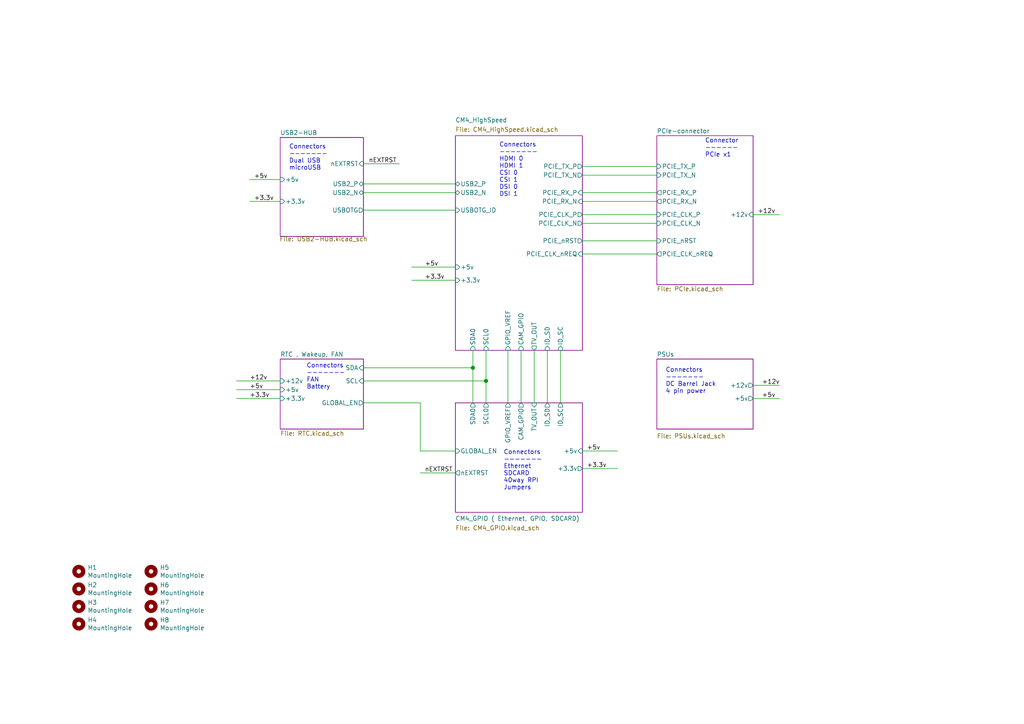
<source format=kicad_sch>
(kicad_sch (version 20211123) (generator eeschema)
  (paper "A4")
  (title_block (title "Compute Module 4 IO Board - Top Level") (rev "1") (company "(c) Raspberry Pi Trading 2020") (comment 1 "www.raspberrypi.org"))
  (lib_symbols
    (symbol "Mechanical:MountingHole"
      (property "Reference" "H" (at 0 5.08 0))
      (property "Value" "MountingHole" (at 0 3.175 0))
      (symbol "MountingHole_0_1"
        (circle (center 0 0) (radius 1.27) (stroke (width 1.27)))
      )
    )
  )
  (junction (at 140.97 110.49) (diameter 1.016))
  (junction (at 137.16 106.68) (diameter 1.016))
  (wire (pts (xy 119.38 77.47) (xy 132.08 77.47)))
  (wire (pts (xy 158.75 101.6) (xy 158.75 116.84)))
  (wire (pts (xy 168.91 48.26) (xy 190.5 48.26)))
  (wire (pts (xy 81.28 52.07) (xy 72.39 52.07)))
  (wire (pts (xy 168.91 135.89) (xy 179.07 135.89)))
  (wire (pts (xy 132.08 130.81) (xy 121.92 130.81)))
  (wire (pts (xy 168.91 64.77) (xy 190.5 64.77)))
  (wire (pts (xy 162.56 116.84) (xy 162.56 101.6)))
  (wire (pts (xy 68.58 113.03) (xy 81.28 113.03)))
  (wire (pts (xy 168.91 69.85) (xy 190.5 69.85)))
  (wire (pts (xy 137.16 106.68) (xy 137.16 116.84)))
  (wire (pts (xy 81.28 115.57) (xy 68.58 115.57)))
  (wire (pts (xy 105.41 47.498) (xy 115.824 47.498)))
  (wire (pts (xy 105.41 110.49) (xy 140.97 110.49)))
  (wire (pts (xy 218.44 62.23) (xy 226.06 62.23)))
  (wire (pts (xy 154.94 116.84) (xy 154.94 101.6)))
  (wire (pts (xy 168.91 55.88) (xy 190.5 55.88)))
  (wire (pts (xy 81.28 58.42) (xy 72.39 58.42)))
  (wire (pts (xy 132.08 81.28) (xy 119.38 81.28)))
  (wire (pts (xy 121.92 137.16) (xy 132.08 137.16)))
  (wire (pts (xy 121.92 130.81) (xy 121.92 116.84)))
  (wire (pts (xy 105.41 53.34) (xy 132.08 53.34)))
  (wire (pts (xy 140.97 110.49) (xy 140.97 101.6)))
  (wire (pts (xy 151.13 116.84) (xy 151.13 101.6)))
  (wire (pts (xy 168.91 73.66) (xy 190.5 73.66)))
  (wire (pts (xy 179.07 130.81) (xy 168.91 130.81)))
  (wire (pts (xy 147.32 101.6) (xy 147.32 116.84)))
  (wire (pts (xy 105.41 106.68) (xy 137.16 106.68)))
  (wire (pts (xy 68.58 110.49) (xy 81.28 110.49)))
  (wire (pts (xy 140.97 116.84) (xy 140.97 110.49)))
  (wire (pts (xy 168.91 62.23) (xy 190.5 62.23)))
  (wire (pts (xy 105.41 116.84) (xy 121.92 116.84)))
  (wire (pts (xy 137.16 101.6) (xy 137.16 106.68)))
  (wire (pts (xy 218.44 115.57) (xy 226.06 115.57)))
  (wire (pts (xy 105.41 55.88) (xy 132.08 55.88)))
  (wire (pts (xy 168.91 50.8) (xy 190.5 50.8)))
  (wire (pts (xy 105.41 60.96) (xy 132.08 60.96)))
  (wire (pts (xy 218.44 111.76) (xy 226.06 111.76)))
  (wire (pts (xy 168.91 58.42) (xy 190.5 58.42)))
  (text "Connectors\n-------\nDC Barrel Jack\n4 pin power" (at 193.04 114.3 0) (effects (font (size 1.27 1.27)) (justify left bottom)))
  (text "Connectors\n-------\nHDMI 0\nHDMI 1\nCSI 0\nCSI 1\nDSI 0\nDSI 1" (at 144.78 57.15 0) (effects (font (size 1.27 1.27)) (justify left bottom)))
  (text "Connectors\n-------\nDual USB\nmicroUSB" (at 83.82 49.53 0) (effects (font (size 1.27 1.27)) (justify left bottom)))
  (text "Connectors\n-------\nFAN\nBattery" (at 88.9 113.03 0) (effects (font (size 1.27 1.27)) (justify left bottom)))
  (text "Connector\n------\nPCIe x1" (at 204.47 45.72 0) (effects (font (size 1.27 1.27)) (justify left bottom)))
  (text "Connectors\n-------\nEthernet\nSDCARD\n40way RPI\nJumpers" (at 146.05 142.24 0) (effects (font (size 1.27 1.27)) (justify left bottom)))
  (label "+5v" (at 72.39 113.03 0))
  (label "+5v" (at 170.18 130.81 0))
  (label "+3.3v" (at 73.66 58.42 0))
  (label "+3.3v" (at 123.19 81.28 0))
  (label "+5v" (at 220.98 115.57 0))
  (label "+12v" (at 72.39 110.49 0))
  (label "+5v" (at 123.19 77.47 0))
  (label "+3.3v" (at 170.18 135.89 0))
  (label "nEXTRST" (at 106.934 47.498 0))
  (label "+12v" (at 219.71 62.23 0))
  (label "+3.3v" (at 72.39 115.57 0))
  (label "+5v" (at 73.66 52.07 0))
  (label "nEXTRST" (at 123.19 137.16 0))
  (label "+12v" (at 220.98 111.76 0))
  (symbol (lib_id "Mechanical:MountingHole") (at 22.86 180.975 0) (unit 1)
    (property "Reference" "H4" (at 25.4 179.832 0) (effects (justify left)))
    (property "Value" "MountingHole" (at 25.4 182.118 0) (effects (justify left)))
    (property "Footprint" "MountingHole:MountingHole_2.7mm_M2.5" (effects hide))
    (property "Field4" "nf" (effects hide))
    (property "Field5" "nf" (effects hide))
    (property "Field6" "nf" (effects hide))
    (property "Field7" "nf" (effects hide))
    (property "Part Description" "M2.5 mounting hole" (effects hide))
  )
  (symbol (lib_id "Mechanical:MountingHole") (at 22.86 175.895 0) (unit 1)
    (property "Reference" "H3" (at 25.4 174.752 0) (effects (justify left)))
    (property "Value" "MountingHole" (at 25.4 177.038 0) (effects (justify left)))
    (property "Footprint" "MountingHole:MountingHole_2.7mm_M2.5" (effects hide))
    (property "Field4" "nf" (effects hide))
    (property "Field5" "nf" (effects hide))
    (property "Field6" "nf" (effects hide))
    (property "Field7" "nf" (effects hide))
    (property "Part Description" "M2.5 mounting hole" (effects hide))
  )
  (symbol (lib_id "Mechanical:MountingHole") (at 22.86 170.815 0) (unit 1)
    (property "Reference" "H2" (at 25.4 169.672 0) (effects (justify left)))
    (property "Value" "MountingHole" (at 25.4 171.958 0) (effects (justify left)))
    (property "Footprint" "MountingHole:MountingHole_2.7mm_M2.5" (effects hide))
    (property "Field4" "nf" (effects hide))
    (property "Field5" "nf" (effects hide))
    (property "Field6" "nf" (effects hide))
    (property "Field7" "nf" (effects hide))
    (property "Part Description" "M2.5 mounting hole" (effects hide))
  )
  (symbol (lib_id "Mechanical:MountingHole") (at 22.86 165.735 0) (unit 1)
    (property "Reference" "H1" (at 25.4 164.592 0) (effects (justify left)))
    (property "Value" "MountingHole" (at 25.4 166.878 0) (effects (justify left)))
    (property "Footprint" "MountingHole:MountingHole_2.7mm_M2.5" (effects hide))
    (property "Field4" "nf" (effects hide))
    (property "Field5" "nf" (effects hide))
    (property "Field6" "nf" (effects hide))
    (property "Field7" "nf" (effects hide))
    (property "Part Description" "M2.5 mounting hole" (effects hide))
  )
  (symbol (lib_id "Mechanical:MountingHole") (at 43.815 165.735 0) (unit 1)
    (property "Reference" "H5" (at 46.355 164.592 0) (effects (justify left)))
    (property "Value" "MountingHole" (at 46.355 166.878 0) (effects (justify left)))
    (property "Footprint" "MountingHole:MountingHole_2.7mm_M2.5" (effects hide))
    (property "Field4" "nf" (effects hide))
    (property "Field5" "nf" (effects hide))
    (property "Field6" "nf" (effects hide))
    (property "Field7" "nf" (effects hide))
    (property "Part Description" "M2.5 mounting hole" (effects hide))
  )
  (symbol (lib_id "Mechanical:MountingHole") (at 43.815 180.975 0) (unit 1)
    (property "Reference" "H8" (at 46.355 179.832 0) (effects (justify left)))
    (property "Value" "MountingHole" (at 46.355 182.118 0) (effects (justify left)))
    (property "Footprint" "MountingHole:MountingHole_2.7mm_M2.5" (effects hide))
    (property "Field4" "nf" (effects hide))
    (property "Field5" "nf" (effects hide))
    (property "Field6" "nf" (effects hide))
    (property "Field7" "nf" (effects hide))
    (property "Part Description" "M2.5 mounting hole" (effects hide))
  )
  (symbol (lib_id "Mechanical:MountingHole") (at 43.815 175.895 0) (unit 1)
    (property "Reference" "H7" (at 46.355 174.752 0) (effects (justify left)))
    (property "Value" "MountingHole" (at 46.355 177.038 0) (effects (justify left)))
    (property "Footprint" "MountingHole:MountingHole_2.7mm_M2.5" (effects hide))
    (property "Field4" "nf" (effects hide))
    (property "Field5" "nf" (effects hide))
    (property "Field6" "nf" (effects hide))
    (property "Field7" "nf" (effects hide))
    (property "Part Description" "M2.5 mounting hole" (effects hide))
  )
  (symbol (lib_id "Mechanical:MountingHole") (at 43.815 170.815 0) (unit 1)
    (property "Reference" "H6" (at 46.355 169.672 0) (effects (justify left)))
    (property "Value" "MountingHole" (at 46.355 171.958 0) (effects (justify left)))
    (property "Footprint" "MountingHole:MountingHole_2.7mm_M2.5" (effects hide))
    (property "Field4" "nf" (effects hide))
    (property "Field5" "nf" (effects hide))
    (property "Field6" "nf" (effects hide))
    (property "Field7" "nf" (effects hide))
    (property "Part Description" "M2.5 mounting hole" (effects hide))
  )
  (sheet (at 132.08 116.84) (size 36.83 31.75) (stroke (width 0.1524) (color 132 0 132 1)) (fill (color 255 255 255 0.0000))
    (property "Sheet name" "CM4_GPIO ( Ethernet, GPIO, SDCARD)" (at 132.08 151.13 0) (effects (justify left bottom)))
    (property "Sheet file" "CM4_GPIO.kicad_sch" (at 132.08 152.4 0) (effects (justify left top)))
    (pin "ID_SC" output (at 162.56 116.84 90))
    (pin "ID_SD" output (at 158.75 116.84 90))
    (pin "CAM_GPIO" output (at 151.13 116.84 90))
    (pin "SCL0" output (at 140.97 116.84 90))
    (pin "SDA0" output (at 137.16 116.84 90))
    (pin "+5v" input (at 168.91 130.81 0))
    (pin "+3.3v" output (at 168.91 135.89 0))
    (pin "nEXTRST" output (at 132.08 137.16 180))
    (pin "GLOBAL_EN" input (at 132.08 130.81 180))
    (pin "GPIO_VREF" output (at 147.32 116.84 90))
    (pin "TV_OUT" input (at 154.94 116.84 90))
  )
  (sheet (at 132.08 39.37) (size 36.83 62.23) (stroke (width 0.1524) (color 132 0 132 1)) (fill (color 255 255 255 0.0000))
    (property "Sheet name" "CM4_HighSpeed" (at 132.08 35.56 0) (effects (justify left bottom)))
    (property "Sheet file" "CM4_HighSpeed.kicad_sch" (at 132.08 36.83 0) (effects (justify left top)))
    (pin "USB2_N" bidirectional (at 132.08 55.88 180))
    (pin "USB2_P" bidirectional (at 132.08 53.34 180))
    (pin "ID_SC" input (at 162.56 101.6 270))
    (pin "ID_SD" input (at 158.75 101.6 270))
    (pin "CAM_GPIO" input (at 151.13 101.6 270))
    (pin "SCL0" input (at 140.97 101.6 270))
    (pin "SDA0" input (at 137.16 101.6 270))
    (pin "+5v" input (at 132.08 77.47 180))
    (pin "PCIE_CLK_P" output (at 168.91 62.23 0))
    (pin "PCIE_CLK_N" output (at 168.91 64.77 0))
    (pin "PCIE_TX_P" output (at 168.91 48.26 0))
    (pin "PCIE_TX_N" output (at 168.91 50.8 0))
    (pin "PCIE_nRST" output (at 168.91 69.85 0))
    (pin "PCIE_RX_P" input (at 168.91 55.88 0))
    (pin "PCIE_RX_N" input (at 168.91 58.42 0))
    (pin "PCIE_CLK_nREQ" input (at 168.91 73.66 0))
    (pin "+3.3v" input (at 132.08 81.28 180))
    (pin "USBOTG_ID" input (at 132.08 60.96 180))
    (pin "GPIO_VREF" input (at 147.32 101.6 270))
    (pin "TV_OUT" output (at 154.94 101.6 270))
  )
  (sheet (at 190.5 104.14) (size 27.94 20.32) (stroke (width 0.1524) (color 132 0 132 1)) (fill (color 255 255 255 0.0000))
    (property "Sheet name" "PSUs" (at 190.5 103.5045 0) (effects (justify left bottom)))
    (property "Sheet file" "PSUs.kicad_sch" (at 190.5 125.73 0) (effects (justify left top)))
    (pin "+5v" output (at 218.44 115.57 0))
    (pin "+12v" output (at 218.44 111.76 0))
  )
  (sheet (at 81.28 39.878) (size 24.13 28.702) (stroke (width 0.1524) (color 132 0 132 1)) (fill (color 255 255 255 0.0000))
    (property "Sheet name" "USB2-HUB" (at 81.28 39.2425 0) (effects (justify left bottom)))
    (property "Sheet file" "USB2-HUB.kicad_sch" (at 81.026 68.58 0) (effects (justify left top)))
    (pin "USB2_N" bidirectional (at 105.41 55.88 0))
    (pin "USB2_P" bidirectional (at 105.41 53.34 0))
    (pin "+5v" input (at 81.28 52.07 180))
    (pin "+3.3v" input (at 81.28 58.42 180))
    (pin "nEXTRST" input (at 105.41 47.498 0))
    (pin "USBOTG" output (at 105.41 60.96 0))
  )
  (sheet (at 81.28 104.14) (size 24.13 20.32) (stroke (width 0.1524) (color 132 0 132 1)) (fill (color 255 255 255 0.0000))
    (property "Sheet name" "RTC , Wakeup, FAN" (at 81.28 103.5045 0) (effects (justify left bottom)))
    (property "Sheet file" "RTC.kicad_sch" (at 81.28 124.9685 0) (effects (justify left top)))
    (pin "SCL" input (at 105.41 110.49 0))
    (pin "SDA" input (at 105.41 106.68 0))
    (pin "+5v" input (at 81.28 113.03 180))
    (pin "+3.3v" input (at 81.28 115.57 180))
    (pin "GLOBAL_EN" output (at 105.41 116.84 0))
    (pin "+12v" input (at 81.28 110.49 180))
  )
  (sheet (at 190.5 39.37) (size 27.94 43.18) (stroke (width 0.152) (color 132 0 132 1)) (fill (color 255 255 255 0.0000))
    (property "Sheet name" "PCIe-connector" (at 190.5 38.734 0) (effects (justify left bottom)))
    (property "Sheet file" "PCIe.kicad_sch" (at 190.5 83.0585 0) (effects (justify left top)))
    (pin "PCIE_CLK_P" input (at 190.5 62.23 180))
    (pin "PCIE_CLK_N" input (at 190.5 64.77 180))
    (pin "PCIE_TX_P" input (at 190.5 48.26 180))
    (pin "PCIE_TX_N" input (at 190.5 50.8 180))
    (pin "PCIE_CLK_nREQ" output (at 190.5 73.66 180))
    (pin "PCIE_nRST" input (at 190.5 69.85 180))
    (pin "PCIE_RX_P" output (at 190.5 55.88 180))
    (pin "PCIE_RX_N" output (at 190.5 58.42 180))
    (pin "+12v" input (at 218.44 62.23 0))
  )
)
</source>
